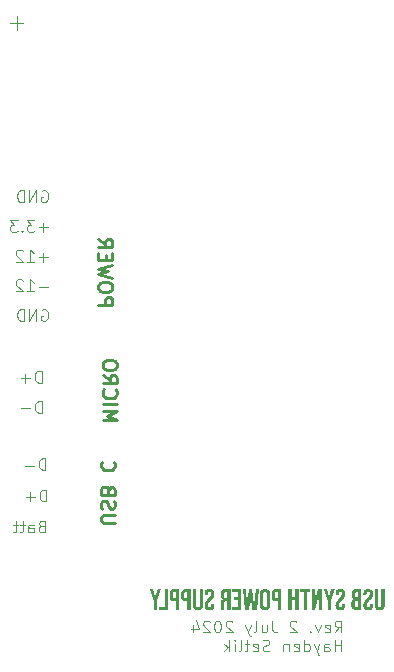
<source format=gbr>
%TF.GenerationSoftware,KiCad,Pcbnew,8.0.3*%
%TF.CreationDate,2024-07-14T14:59:13-06:00*%
%TF.ProjectId,PowerSupplyBoard,506f7765-7253-4757-9070-6c79426f6172,rev?*%
%TF.SameCoordinates,Original*%
%TF.FileFunction,Legend,Bot*%
%TF.FilePolarity,Positive*%
%FSLAX46Y46*%
G04 Gerber Fmt 4.6, Leading zero omitted, Abs format (unit mm)*
G04 Created by KiCad (PCBNEW 8.0.3) date 2024-07-14 14:59:13*
%MOMM*%
%LPD*%
G01*
G04 APERTURE LIST*
%ADD10C,0.100000*%
%ADD11C,0.240000*%
G04 APERTURE END LIST*
D10*
X3472782Y-59618609D02*
X3329925Y-59666228D01*
X3329925Y-59666228D02*
X3282306Y-59713847D01*
X3282306Y-59713847D02*
X3234687Y-59809085D01*
X3234687Y-59809085D02*
X3234687Y-59951942D01*
X3234687Y-59951942D02*
X3282306Y-60047180D01*
X3282306Y-60047180D02*
X3329925Y-60094800D01*
X3329925Y-60094800D02*
X3425163Y-60142419D01*
X3425163Y-60142419D02*
X3806115Y-60142419D01*
X3806115Y-60142419D02*
X3806115Y-59142419D01*
X3806115Y-59142419D02*
X3472782Y-59142419D01*
X3472782Y-59142419D02*
X3377544Y-59190038D01*
X3377544Y-59190038D02*
X3329925Y-59237657D01*
X3329925Y-59237657D02*
X3282306Y-59332895D01*
X3282306Y-59332895D02*
X3282306Y-59428133D01*
X3282306Y-59428133D02*
X3329925Y-59523371D01*
X3329925Y-59523371D02*
X3377544Y-59570990D01*
X3377544Y-59570990D02*
X3472782Y-59618609D01*
X3472782Y-59618609D02*
X3806115Y-59618609D01*
X2377544Y-60142419D02*
X2377544Y-59618609D01*
X2377544Y-59618609D02*
X2425163Y-59523371D01*
X2425163Y-59523371D02*
X2520401Y-59475752D01*
X2520401Y-59475752D02*
X2710877Y-59475752D01*
X2710877Y-59475752D02*
X2806115Y-59523371D01*
X2377544Y-60094800D02*
X2472782Y-60142419D01*
X2472782Y-60142419D02*
X2710877Y-60142419D01*
X2710877Y-60142419D02*
X2806115Y-60094800D01*
X2806115Y-60094800D02*
X2853734Y-59999561D01*
X2853734Y-59999561D02*
X2853734Y-59904323D01*
X2853734Y-59904323D02*
X2806115Y-59809085D01*
X2806115Y-59809085D02*
X2710877Y-59761466D01*
X2710877Y-59761466D02*
X2472782Y-59761466D01*
X2472782Y-59761466D02*
X2377544Y-59713847D01*
X2044210Y-59475752D02*
X1663258Y-59475752D01*
X1901353Y-59142419D02*
X1901353Y-59999561D01*
X1901353Y-59999561D02*
X1853734Y-60094800D01*
X1853734Y-60094800D02*
X1758496Y-60142419D01*
X1758496Y-60142419D02*
X1663258Y-60142419D01*
X1472781Y-59475752D02*
X1091829Y-59475752D01*
X1329924Y-59142419D02*
X1329924Y-59999561D01*
X1329924Y-59999561D02*
X1282305Y-60094800D01*
X1282305Y-60094800D02*
X1187067Y-60142419D01*
X1187067Y-60142419D02*
X1091829Y-60142419D01*
D11*
X8279337Y-40906391D02*
X9479337Y-40906391D01*
X9479337Y-40906391D02*
X9479337Y-40449248D01*
X9479337Y-40449248D02*
X9422194Y-40334963D01*
X9422194Y-40334963D02*
X9365051Y-40277820D01*
X9365051Y-40277820D02*
X9250765Y-40220677D01*
X9250765Y-40220677D02*
X9079337Y-40220677D01*
X9079337Y-40220677D02*
X8965051Y-40277820D01*
X8965051Y-40277820D02*
X8907908Y-40334963D01*
X8907908Y-40334963D02*
X8850765Y-40449248D01*
X8850765Y-40449248D02*
X8850765Y-40906391D01*
X9479337Y-39477820D02*
X9479337Y-39249248D01*
X9479337Y-39249248D02*
X9422194Y-39134963D01*
X9422194Y-39134963D02*
X9307908Y-39020677D01*
X9307908Y-39020677D02*
X9079337Y-38963534D01*
X9079337Y-38963534D02*
X8679337Y-38963534D01*
X8679337Y-38963534D02*
X8450765Y-39020677D01*
X8450765Y-39020677D02*
X8336480Y-39134963D01*
X8336480Y-39134963D02*
X8279337Y-39249248D01*
X8279337Y-39249248D02*
X8279337Y-39477820D01*
X8279337Y-39477820D02*
X8336480Y-39592106D01*
X8336480Y-39592106D02*
X8450765Y-39706391D01*
X8450765Y-39706391D02*
X8679337Y-39763534D01*
X8679337Y-39763534D02*
X9079337Y-39763534D01*
X9079337Y-39763534D02*
X9307908Y-39706391D01*
X9307908Y-39706391D02*
X9422194Y-39592106D01*
X9422194Y-39592106D02*
X9479337Y-39477820D01*
X9479337Y-38563534D02*
X8279337Y-38277820D01*
X8279337Y-38277820D02*
X9136480Y-38049248D01*
X9136480Y-38049248D02*
X8279337Y-37820677D01*
X8279337Y-37820677D02*
X9479337Y-37534963D01*
X8907908Y-37077819D02*
X8907908Y-36677819D01*
X8279337Y-36506391D02*
X8279337Y-37077819D01*
X8279337Y-37077819D02*
X9479337Y-37077819D01*
X9479337Y-37077819D02*
X9479337Y-36506391D01*
X8279337Y-35306391D02*
X8850765Y-35706391D01*
X8279337Y-35992105D02*
X9479337Y-35992105D01*
X9479337Y-35992105D02*
X9479337Y-35534962D01*
X9479337Y-35534962D02*
X9422194Y-35420677D01*
X9422194Y-35420677D02*
X9365051Y-35363534D01*
X9365051Y-35363534D02*
X9250765Y-35306391D01*
X9250765Y-35306391D02*
X9079337Y-35306391D01*
X9079337Y-35306391D02*
X8965051Y-35363534D01*
X8965051Y-35363534D02*
X8907908Y-35420677D01*
X8907908Y-35420677D02*
X8850765Y-35534962D01*
X8850765Y-35534962D02*
X8850765Y-35992105D01*
D10*
X1957068Y-17009800D02*
X814211Y-17009800D01*
X1385639Y-17581228D02*
X1385639Y-16438371D01*
X28299687Y-68612475D02*
X28633020Y-68136284D01*
X28871115Y-68612475D02*
X28871115Y-67612475D01*
X28871115Y-67612475D02*
X28490163Y-67612475D01*
X28490163Y-67612475D02*
X28394925Y-67660094D01*
X28394925Y-67660094D02*
X28347306Y-67707713D01*
X28347306Y-67707713D02*
X28299687Y-67802951D01*
X28299687Y-67802951D02*
X28299687Y-67945808D01*
X28299687Y-67945808D02*
X28347306Y-68041046D01*
X28347306Y-68041046D02*
X28394925Y-68088665D01*
X28394925Y-68088665D02*
X28490163Y-68136284D01*
X28490163Y-68136284D02*
X28871115Y-68136284D01*
X27490163Y-68564856D02*
X27585401Y-68612475D01*
X27585401Y-68612475D02*
X27775877Y-68612475D01*
X27775877Y-68612475D02*
X27871115Y-68564856D01*
X27871115Y-68564856D02*
X27918734Y-68469617D01*
X27918734Y-68469617D02*
X27918734Y-68088665D01*
X27918734Y-68088665D02*
X27871115Y-67993427D01*
X27871115Y-67993427D02*
X27775877Y-67945808D01*
X27775877Y-67945808D02*
X27585401Y-67945808D01*
X27585401Y-67945808D02*
X27490163Y-67993427D01*
X27490163Y-67993427D02*
X27442544Y-68088665D01*
X27442544Y-68088665D02*
X27442544Y-68183903D01*
X27442544Y-68183903D02*
X27918734Y-68279141D01*
X27109210Y-67945808D02*
X26871115Y-68612475D01*
X26871115Y-68612475D02*
X26633020Y-67945808D01*
X26252067Y-68517236D02*
X26204448Y-68564856D01*
X26204448Y-68564856D02*
X26252067Y-68612475D01*
X26252067Y-68612475D02*
X26299686Y-68564856D01*
X26299686Y-68564856D02*
X26252067Y-68517236D01*
X26252067Y-68517236D02*
X26252067Y-68612475D01*
X25061591Y-67707713D02*
X25013972Y-67660094D01*
X25013972Y-67660094D02*
X24918734Y-67612475D01*
X24918734Y-67612475D02*
X24680639Y-67612475D01*
X24680639Y-67612475D02*
X24585401Y-67660094D01*
X24585401Y-67660094D02*
X24537782Y-67707713D01*
X24537782Y-67707713D02*
X24490163Y-67802951D01*
X24490163Y-67802951D02*
X24490163Y-67898189D01*
X24490163Y-67898189D02*
X24537782Y-68041046D01*
X24537782Y-68041046D02*
X25109210Y-68612475D01*
X25109210Y-68612475D02*
X24490163Y-68612475D01*
X23013972Y-67612475D02*
X23013972Y-68326760D01*
X23013972Y-68326760D02*
X23061591Y-68469617D01*
X23061591Y-68469617D02*
X23156829Y-68564856D01*
X23156829Y-68564856D02*
X23299686Y-68612475D01*
X23299686Y-68612475D02*
X23394924Y-68612475D01*
X22109210Y-67945808D02*
X22109210Y-68612475D01*
X22537781Y-67945808D02*
X22537781Y-68469617D01*
X22537781Y-68469617D02*
X22490162Y-68564856D01*
X22490162Y-68564856D02*
X22394924Y-68612475D01*
X22394924Y-68612475D02*
X22252067Y-68612475D01*
X22252067Y-68612475D02*
X22156829Y-68564856D01*
X22156829Y-68564856D02*
X22109210Y-68517236D01*
X21490162Y-68612475D02*
X21585400Y-68564856D01*
X21585400Y-68564856D02*
X21633019Y-68469617D01*
X21633019Y-68469617D02*
X21633019Y-67612475D01*
X21204447Y-67945808D02*
X20966352Y-68612475D01*
X20728257Y-67945808D02*
X20966352Y-68612475D01*
X20966352Y-68612475D02*
X21061590Y-68850570D01*
X21061590Y-68850570D02*
X21109209Y-68898189D01*
X21109209Y-68898189D02*
X21204447Y-68945808D01*
X19633018Y-67707713D02*
X19585399Y-67660094D01*
X19585399Y-67660094D02*
X19490161Y-67612475D01*
X19490161Y-67612475D02*
X19252066Y-67612475D01*
X19252066Y-67612475D02*
X19156828Y-67660094D01*
X19156828Y-67660094D02*
X19109209Y-67707713D01*
X19109209Y-67707713D02*
X19061590Y-67802951D01*
X19061590Y-67802951D02*
X19061590Y-67898189D01*
X19061590Y-67898189D02*
X19109209Y-68041046D01*
X19109209Y-68041046D02*
X19680637Y-68612475D01*
X19680637Y-68612475D02*
X19061590Y-68612475D01*
X18442542Y-67612475D02*
X18347304Y-67612475D01*
X18347304Y-67612475D02*
X18252066Y-67660094D01*
X18252066Y-67660094D02*
X18204447Y-67707713D01*
X18204447Y-67707713D02*
X18156828Y-67802951D01*
X18156828Y-67802951D02*
X18109209Y-67993427D01*
X18109209Y-67993427D02*
X18109209Y-68231522D01*
X18109209Y-68231522D02*
X18156828Y-68421998D01*
X18156828Y-68421998D02*
X18204447Y-68517236D01*
X18204447Y-68517236D02*
X18252066Y-68564856D01*
X18252066Y-68564856D02*
X18347304Y-68612475D01*
X18347304Y-68612475D02*
X18442542Y-68612475D01*
X18442542Y-68612475D02*
X18537780Y-68564856D01*
X18537780Y-68564856D02*
X18585399Y-68517236D01*
X18585399Y-68517236D02*
X18633018Y-68421998D01*
X18633018Y-68421998D02*
X18680637Y-68231522D01*
X18680637Y-68231522D02*
X18680637Y-67993427D01*
X18680637Y-67993427D02*
X18633018Y-67802951D01*
X18633018Y-67802951D02*
X18585399Y-67707713D01*
X18585399Y-67707713D02*
X18537780Y-67660094D01*
X18537780Y-67660094D02*
X18442542Y-67612475D01*
X17728256Y-67707713D02*
X17680637Y-67660094D01*
X17680637Y-67660094D02*
X17585399Y-67612475D01*
X17585399Y-67612475D02*
X17347304Y-67612475D01*
X17347304Y-67612475D02*
X17252066Y-67660094D01*
X17252066Y-67660094D02*
X17204447Y-67707713D01*
X17204447Y-67707713D02*
X17156828Y-67802951D01*
X17156828Y-67802951D02*
X17156828Y-67898189D01*
X17156828Y-67898189D02*
X17204447Y-68041046D01*
X17204447Y-68041046D02*
X17775875Y-68612475D01*
X17775875Y-68612475D02*
X17156828Y-68612475D01*
X16299685Y-67945808D02*
X16299685Y-68612475D01*
X16537780Y-67564856D02*
X16775875Y-68279141D01*
X16775875Y-68279141D02*
X16156828Y-68279141D01*
X28871115Y-70222419D02*
X28871115Y-69222419D01*
X28871115Y-69698609D02*
X28299687Y-69698609D01*
X28299687Y-70222419D02*
X28299687Y-69222419D01*
X27394925Y-70222419D02*
X27394925Y-69698609D01*
X27394925Y-69698609D02*
X27442544Y-69603371D01*
X27442544Y-69603371D02*
X27537782Y-69555752D01*
X27537782Y-69555752D02*
X27728258Y-69555752D01*
X27728258Y-69555752D02*
X27823496Y-69603371D01*
X27394925Y-70174800D02*
X27490163Y-70222419D01*
X27490163Y-70222419D02*
X27728258Y-70222419D01*
X27728258Y-70222419D02*
X27823496Y-70174800D01*
X27823496Y-70174800D02*
X27871115Y-70079561D01*
X27871115Y-70079561D02*
X27871115Y-69984323D01*
X27871115Y-69984323D02*
X27823496Y-69889085D01*
X27823496Y-69889085D02*
X27728258Y-69841466D01*
X27728258Y-69841466D02*
X27490163Y-69841466D01*
X27490163Y-69841466D02*
X27394925Y-69793847D01*
X27013972Y-69555752D02*
X26775877Y-70222419D01*
X26537782Y-69555752D02*
X26775877Y-70222419D01*
X26775877Y-70222419D02*
X26871115Y-70460514D01*
X26871115Y-70460514D02*
X26918734Y-70508133D01*
X26918734Y-70508133D02*
X27013972Y-70555752D01*
X25728258Y-70222419D02*
X25728258Y-69222419D01*
X25728258Y-70174800D02*
X25823496Y-70222419D01*
X25823496Y-70222419D02*
X26013972Y-70222419D01*
X26013972Y-70222419D02*
X26109210Y-70174800D01*
X26109210Y-70174800D02*
X26156829Y-70127180D01*
X26156829Y-70127180D02*
X26204448Y-70031942D01*
X26204448Y-70031942D02*
X26204448Y-69746228D01*
X26204448Y-69746228D02*
X26156829Y-69650990D01*
X26156829Y-69650990D02*
X26109210Y-69603371D01*
X26109210Y-69603371D02*
X26013972Y-69555752D01*
X26013972Y-69555752D02*
X25823496Y-69555752D01*
X25823496Y-69555752D02*
X25728258Y-69603371D01*
X24871115Y-70174800D02*
X24966353Y-70222419D01*
X24966353Y-70222419D02*
X25156829Y-70222419D01*
X25156829Y-70222419D02*
X25252067Y-70174800D01*
X25252067Y-70174800D02*
X25299686Y-70079561D01*
X25299686Y-70079561D02*
X25299686Y-69698609D01*
X25299686Y-69698609D02*
X25252067Y-69603371D01*
X25252067Y-69603371D02*
X25156829Y-69555752D01*
X25156829Y-69555752D02*
X24966353Y-69555752D01*
X24966353Y-69555752D02*
X24871115Y-69603371D01*
X24871115Y-69603371D02*
X24823496Y-69698609D01*
X24823496Y-69698609D02*
X24823496Y-69793847D01*
X24823496Y-69793847D02*
X25299686Y-69889085D01*
X24394924Y-69555752D02*
X24394924Y-70222419D01*
X24394924Y-69650990D02*
X24347305Y-69603371D01*
X24347305Y-69603371D02*
X24252067Y-69555752D01*
X24252067Y-69555752D02*
X24109210Y-69555752D01*
X24109210Y-69555752D02*
X24013972Y-69603371D01*
X24013972Y-69603371D02*
X23966353Y-69698609D01*
X23966353Y-69698609D02*
X23966353Y-70222419D01*
X22775876Y-70174800D02*
X22633019Y-70222419D01*
X22633019Y-70222419D02*
X22394924Y-70222419D01*
X22394924Y-70222419D02*
X22299686Y-70174800D01*
X22299686Y-70174800D02*
X22252067Y-70127180D01*
X22252067Y-70127180D02*
X22204448Y-70031942D01*
X22204448Y-70031942D02*
X22204448Y-69936704D01*
X22204448Y-69936704D02*
X22252067Y-69841466D01*
X22252067Y-69841466D02*
X22299686Y-69793847D01*
X22299686Y-69793847D02*
X22394924Y-69746228D01*
X22394924Y-69746228D02*
X22585400Y-69698609D01*
X22585400Y-69698609D02*
X22680638Y-69650990D01*
X22680638Y-69650990D02*
X22728257Y-69603371D01*
X22728257Y-69603371D02*
X22775876Y-69508133D01*
X22775876Y-69508133D02*
X22775876Y-69412895D01*
X22775876Y-69412895D02*
X22728257Y-69317657D01*
X22728257Y-69317657D02*
X22680638Y-69270038D01*
X22680638Y-69270038D02*
X22585400Y-69222419D01*
X22585400Y-69222419D02*
X22347305Y-69222419D01*
X22347305Y-69222419D02*
X22204448Y-69270038D01*
X21394924Y-70174800D02*
X21490162Y-70222419D01*
X21490162Y-70222419D02*
X21680638Y-70222419D01*
X21680638Y-70222419D02*
X21775876Y-70174800D01*
X21775876Y-70174800D02*
X21823495Y-70079561D01*
X21823495Y-70079561D02*
X21823495Y-69698609D01*
X21823495Y-69698609D02*
X21775876Y-69603371D01*
X21775876Y-69603371D02*
X21680638Y-69555752D01*
X21680638Y-69555752D02*
X21490162Y-69555752D01*
X21490162Y-69555752D02*
X21394924Y-69603371D01*
X21394924Y-69603371D02*
X21347305Y-69698609D01*
X21347305Y-69698609D02*
X21347305Y-69793847D01*
X21347305Y-69793847D02*
X21823495Y-69889085D01*
X21061590Y-69555752D02*
X20680638Y-69555752D01*
X20918733Y-69222419D02*
X20918733Y-70079561D01*
X20918733Y-70079561D02*
X20871114Y-70174800D01*
X20871114Y-70174800D02*
X20775876Y-70222419D01*
X20775876Y-70222419D02*
X20680638Y-70222419D01*
X20204447Y-70222419D02*
X20299685Y-70174800D01*
X20299685Y-70174800D02*
X20347304Y-70079561D01*
X20347304Y-70079561D02*
X20347304Y-69222419D01*
X19823494Y-70222419D02*
X19823494Y-69555752D01*
X19823494Y-69222419D02*
X19871113Y-69270038D01*
X19871113Y-69270038D02*
X19823494Y-69317657D01*
X19823494Y-69317657D02*
X19775875Y-69270038D01*
X19775875Y-69270038D02*
X19823494Y-69222419D01*
X19823494Y-69222419D02*
X19823494Y-69317657D01*
X19347304Y-70222419D02*
X19347304Y-69222419D01*
X19252066Y-69841466D02*
X18966352Y-70222419D01*
X18966352Y-69555752D02*
X19347304Y-69936704D01*
G36*
X32118538Y-66722136D02*
G01*
X32022648Y-66714668D01*
X31920238Y-66684793D01*
X31837436Y-66632906D01*
X31774473Y-66559872D01*
X31731581Y-66466556D01*
X31711874Y-66377882D01*
X31705279Y-66277224D01*
X31705279Y-64921383D01*
X31972578Y-64921383D01*
X31972578Y-66297886D01*
X31984716Y-66386304D01*
X32041813Y-66455756D01*
X32113702Y-66470224D01*
X32202429Y-66445228D01*
X32249336Y-66360808D01*
X32254825Y-66297886D01*
X32254825Y-64921383D01*
X32531796Y-64921383D01*
X32531796Y-66277224D01*
X32525201Y-66377882D01*
X32505494Y-66466556D01*
X32462602Y-66559872D01*
X32399639Y-66632906D01*
X32316837Y-66684793D01*
X32214427Y-66714668D01*
X32118538Y-66722136D01*
G37*
G36*
X31148698Y-66722136D02*
G01*
X31052582Y-66714656D01*
X30949381Y-66684666D01*
X30865451Y-66632428D01*
X30801263Y-66558676D01*
X30757290Y-66464145D01*
X30736986Y-66374053D01*
X30730163Y-66271508D01*
X30735837Y-66172893D01*
X30754174Y-66082590D01*
X30787145Y-65997318D01*
X30836724Y-65913796D01*
X30904882Y-65828746D01*
X30974111Y-65757399D01*
X31035272Y-65700859D01*
X31111555Y-65630112D01*
X31181263Y-65554749D01*
X31235804Y-65474853D01*
X31267922Y-65386249D01*
X31274434Y-65316177D01*
X31260113Y-65222457D01*
X31194867Y-65155063D01*
X31135949Y-65145598D01*
X31047985Y-65171605D01*
X31004533Y-65248822D01*
X30997463Y-65321452D01*
X30997463Y-65410259D01*
X30735439Y-65410259D01*
X30735439Y-65336840D01*
X30741690Y-65236743D01*
X30760471Y-65148455D01*
X30801630Y-65055423D01*
X30862511Y-64982507D01*
X30943195Y-64930634D01*
X31043762Y-64900730D01*
X31138586Y-64893246D01*
X31233719Y-64900725D01*
X31335736Y-64930576D01*
X31418592Y-64982286D01*
X31481875Y-65054871D01*
X31525172Y-65147342D01*
X31545142Y-65234976D01*
X31551845Y-65334202D01*
X31546000Y-65425819D01*
X31521771Y-65528364D01*
X31485075Y-65610844D01*
X31431410Y-65693516D01*
X31375022Y-65761618D01*
X31305653Y-65832975D01*
X31244539Y-65889464D01*
X31168399Y-65960307D01*
X31099148Y-66036408D01*
X31045310Y-66118860D01*
X31013883Y-66213905D01*
X31007575Y-66292171D01*
X31020211Y-66384182D01*
X31078693Y-66455581D01*
X31150896Y-66470224D01*
X31240765Y-66445169D01*
X31286940Y-66369314D01*
X31294658Y-66297007D01*
X31294658Y-66177866D01*
X31556681Y-66177866D01*
X31556681Y-66278982D01*
X31550313Y-66379060D01*
X31531203Y-66467298D01*
X31489391Y-66560240D01*
X31427654Y-66633054D01*
X31345980Y-66684833D01*
X31244361Y-66714671D01*
X31148698Y-66722136D01*
G37*
G36*
X30571454Y-66694000D02*
G01*
X30135774Y-66694000D01*
X30038030Y-66687199D01*
X29933649Y-66659832D01*
X29849263Y-66611954D01*
X29785102Y-66544047D01*
X29741399Y-66456595D01*
X29718384Y-66350081D01*
X29714602Y-66277224D01*
X29714602Y-66127307D01*
X29715228Y-66117635D01*
X29992013Y-66117635D01*
X29992013Y-66269750D01*
X30003834Y-66359701D01*
X30061131Y-66428327D01*
X30135774Y-66442087D01*
X30294483Y-66442087D01*
X30294483Y-65905290D01*
X30170945Y-65905290D01*
X30081447Y-65918488D01*
X30015359Y-65978964D01*
X29993421Y-66074812D01*
X29992013Y-66117635D01*
X29715228Y-66117635D01*
X29720940Y-66029317D01*
X29745545Y-65930781D01*
X29790658Y-65850795D01*
X29858349Y-65790990D01*
X29921671Y-65761529D01*
X29921671Y-65756693D01*
X29841595Y-65706554D01*
X29785878Y-65631561D01*
X29756167Y-65545070D01*
X29744210Y-65455098D01*
X29742739Y-65404544D01*
X29742739Y-65360140D01*
X30019710Y-65360140D01*
X30019710Y-65461257D01*
X30031147Y-65552413D01*
X30081507Y-65626387D01*
X30167001Y-65652380D01*
X30185893Y-65652939D01*
X30294483Y-65652939D01*
X30294483Y-65173734D01*
X30160833Y-65173734D01*
X30073097Y-65198634D01*
X30027974Y-65276486D01*
X30019710Y-65360140D01*
X29742739Y-65360140D01*
X29742739Y-65331564D01*
X29748589Y-65234544D01*
X29772870Y-65131942D01*
X29816885Y-65049889D01*
X29881580Y-64988174D01*
X29967901Y-64946586D01*
X30076795Y-64924914D01*
X30153360Y-64921383D01*
X30571454Y-64921383D01*
X30571454Y-66694000D01*
G37*
G36*
X28790484Y-66722136D02*
G01*
X28694368Y-66714656D01*
X28591168Y-66684666D01*
X28507237Y-66632428D01*
X28443049Y-66558676D01*
X28399077Y-66464145D01*
X28378772Y-66374053D01*
X28371950Y-66271508D01*
X28377624Y-66172893D01*
X28395960Y-66082590D01*
X28428932Y-65997318D01*
X28478510Y-65913796D01*
X28546668Y-65828746D01*
X28615897Y-65757399D01*
X28677058Y-65700859D01*
X28753342Y-65630112D01*
X28823050Y-65554749D01*
X28877591Y-65474853D01*
X28909709Y-65386249D01*
X28916221Y-65316177D01*
X28901900Y-65222457D01*
X28836653Y-65155063D01*
X28777735Y-65145598D01*
X28689771Y-65171605D01*
X28646320Y-65248822D01*
X28639249Y-65321452D01*
X28639249Y-65410259D01*
X28377226Y-65410259D01*
X28377226Y-65336840D01*
X28383477Y-65236743D01*
X28402257Y-65148455D01*
X28443416Y-65055423D01*
X28504297Y-64982507D01*
X28584981Y-64930634D01*
X28685549Y-64900730D01*
X28780373Y-64893246D01*
X28875505Y-64900725D01*
X28977523Y-64930576D01*
X29060379Y-64982286D01*
X29123662Y-65054871D01*
X29166958Y-65147342D01*
X29186928Y-65234976D01*
X29193632Y-65334202D01*
X29187786Y-65425819D01*
X29163558Y-65528364D01*
X29126862Y-65610844D01*
X29073196Y-65693516D01*
X29016809Y-65761618D01*
X28947439Y-65832975D01*
X28886325Y-65889464D01*
X28810186Y-65960307D01*
X28740934Y-66036408D01*
X28687097Y-66118860D01*
X28655670Y-66213905D01*
X28649361Y-66292171D01*
X28661998Y-66384182D01*
X28720480Y-66455581D01*
X28792683Y-66470224D01*
X28882551Y-66445169D01*
X28928727Y-66369314D01*
X28936444Y-66297007D01*
X28936444Y-66177866D01*
X29198468Y-66177866D01*
X29198468Y-66278982D01*
X29192099Y-66379060D01*
X29172989Y-66467298D01*
X29131178Y-66560240D01*
X29069440Y-66633054D01*
X28987767Y-66684833D01*
X28886148Y-66714671D01*
X28790484Y-66722136D01*
G37*
G36*
X27974518Y-66694000D02*
G01*
X27697547Y-66694000D01*
X27697547Y-65939582D01*
X27362543Y-64921383D01*
X27632041Y-64921383D01*
X27821085Y-65572485D01*
X27825921Y-65572485D01*
X28014965Y-64921383D01*
X28309961Y-64921383D01*
X27974518Y-65939582D01*
X27974518Y-66694000D01*
G37*
G36*
X27237247Y-66694000D02*
G01*
X26990610Y-66694000D01*
X26990610Y-65400147D01*
X26985334Y-65400147D01*
X26652969Y-66694000D01*
X26368084Y-66694000D01*
X26368084Y-64921383D01*
X26615160Y-64921383D01*
X26615160Y-65982667D01*
X26619996Y-65982667D01*
X26889494Y-64921383D01*
X27237247Y-64921383D01*
X27237247Y-66694000D01*
G37*
G36*
X25944274Y-66694000D02*
G01*
X25667302Y-66694000D01*
X25667302Y-65173734D01*
X25377581Y-65173734D01*
X25377581Y-64921383D01*
X26234434Y-64921383D01*
X26234434Y-65173734D01*
X25944274Y-65173734D01*
X25944274Y-66694000D01*
G37*
G36*
X25244811Y-66694000D02*
G01*
X24967840Y-66694000D01*
X24967840Y-65905290D01*
X24670205Y-65905290D01*
X24670205Y-66694000D01*
X24393234Y-66694000D01*
X24393234Y-64921383D01*
X24670205Y-64921383D01*
X24670205Y-65652939D01*
X24967840Y-65652939D01*
X24967840Y-64921383D01*
X25244811Y-64921383D01*
X25244811Y-66694000D01*
G37*
G36*
X23785216Y-66694000D02*
G01*
X23508244Y-66694000D01*
X23508244Y-65989701D01*
X23377233Y-65989701D01*
X23279828Y-65982523D01*
X23176633Y-65953587D01*
X23093940Y-65902853D01*
X23031617Y-65830735D01*
X22989534Y-65737644D01*
X22970353Y-65648349D01*
X22963974Y-65546107D01*
X22963974Y-65364976D01*
X22965126Y-65346512D01*
X23240945Y-65346512D01*
X23240945Y-65564572D01*
X23252151Y-65654991D01*
X23312437Y-65726382D01*
X23377233Y-65737349D01*
X23508244Y-65737349D01*
X23508244Y-65173734D01*
X23377233Y-65173734D01*
X23290062Y-65197597D01*
X23245950Y-65281917D01*
X23240945Y-65346512D01*
X22965126Y-65346512D01*
X22970353Y-65262734D01*
X22989534Y-65173439D01*
X23031617Y-65080348D01*
X23093940Y-65008230D01*
X23176633Y-64957496D01*
X23279828Y-64928560D01*
X23377233Y-64921383D01*
X23785216Y-64921383D01*
X23785216Y-66694000D01*
G37*
G36*
X22508440Y-64900734D02*
G01*
X22611970Y-64930683D01*
X22696370Y-64982691D01*
X22761069Y-65055883D01*
X22805491Y-65149383D01*
X22826045Y-65238216D01*
X22832962Y-65339038D01*
X22832962Y-66276784D01*
X22826045Y-66377587D01*
X22805491Y-66466371D01*
X22761069Y-66559780D01*
X22696370Y-66632870D01*
X22611970Y-66684784D01*
X22508440Y-66714667D01*
X22412229Y-66722136D01*
X22316018Y-66714667D01*
X22212489Y-66684784D01*
X22128088Y-66632870D01*
X22063389Y-66559780D01*
X22018967Y-66466371D01*
X21998413Y-66377587D01*
X21991496Y-66276784D01*
X21991496Y-65339038D01*
X21992703Y-65321452D01*
X22268468Y-65321452D01*
X22268468Y-66294369D01*
X22281114Y-66383849D01*
X22339729Y-66455117D01*
X22412229Y-66470224D01*
X22502098Y-66444217D01*
X22548273Y-66367000D01*
X22555990Y-66294369D01*
X22555990Y-65321452D01*
X22543344Y-65231973D01*
X22484729Y-65160705D01*
X22412229Y-65145598D01*
X22322360Y-65171605D01*
X22276185Y-65248822D01*
X22268468Y-65321452D01*
X21992703Y-65321452D01*
X21998413Y-65238216D01*
X22018967Y-65149383D01*
X22063389Y-65055883D01*
X22128088Y-64982691D01*
X22212489Y-64930683D01*
X22316018Y-64900734D01*
X22412229Y-64893246D01*
X22508440Y-64900734D01*
G37*
G36*
X21692103Y-66694000D02*
G01*
X21324127Y-66694000D01*
X21197951Y-65499066D01*
X21192676Y-65499066D01*
X21066939Y-66694000D01*
X20721824Y-66694000D01*
X20542892Y-64921383D01*
X20782055Y-64921383D01*
X20905593Y-66286016D01*
X20910429Y-66286016D01*
X21041880Y-64921383D01*
X21343911Y-64921383D01*
X21475362Y-66286016D01*
X21480198Y-66286016D01*
X21603736Y-64921383D01*
X21871036Y-64921383D01*
X21692103Y-66694000D01*
G37*
G36*
X20401769Y-66694000D02*
G01*
X19646032Y-66694000D01*
X19646032Y-66442087D01*
X20124797Y-66442087D01*
X20124797Y-65905290D01*
X19744071Y-65905290D01*
X19744071Y-65652939D01*
X20124797Y-65652939D01*
X20124797Y-65173734D01*
X19646032Y-65173734D01*
X19646032Y-64921383D01*
X20401769Y-64921383D01*
X20401769Y-66694000D01*
G37*
G36*
X19487323Y-66694000D02*
G01*
X19210352Y-66694000D01*
X19210352Y-65933427D01*
X19114511Y-65933427D01*
X19026030Y-65947352D01*
X18962531Y-66010042D01*
X18942132Y-66108015D01*
X18940854Y-66151487D01*
X18940854Y-66475939D01*
X18939034Y-66564664D01*
X18928088Y-66652492D01*
X18915355Y-66694000D01*
X18633108Y-66694000D01*
X18656949Y-66606825D01*
X18663165Y-66517392D01*
X18663443Y-66478577D01*
X18663443Y-66166435D01*
X18666943Y-66077769D01*
X18681442Y-65985283D01*
X18714955Y-65897576D01*
X18778828Y-65825524D01*
X18847212Y-65792304D01*
X18847212Y-65787028D01*
X18766978Y-65736992D01*
X18710484Y-65662061D01*
X18680009Y-65576076D01*
X18667617Y-65487204D01*
X18666081Y-65437517D01*
X18666081Y-65356184D01*
X18943053Y-65356184D01*
X18943053Y-65493351D01*
X18954559Y-65582775D01*
X19005131Y-65655177D01*
X19090778Y-65680532D01*
X19109675Y-65681076D01*
X19210352Y-65681076D01*
X19210352Y-65173734D01*
X19084176Y-65173734D01*
X18996440Y-65198078D01*
X18951316Y-65274260D01*
X18943053Y-65356184D01*
X18666081Y-65356184D01*
X18666081Y-65328487D01*
X18671950Y-65232483D01*
X18696287Y-65130799D01*
X18740369Y-65049341D01*
X18805111Y-64987968D01*
X18891430Y-64946538D01*
X19000239Y-64924912D01*
X19076702Y-64921383D01*
X19487323Y-64921383D01*
X19487323Y-66694000D01*
G37*
G36*
X17709870Y-66722136D02*
G01*
X17613754Y-66714656D01*
X17510554Y-66684666D01*
X17426623Y-66632428D01*
X17362435Y-66558676D01*
X17318463Y-66464145D01*
X17298158Y-66374053D01*
X17291336Y-66271508D01*
X17297010Y-66172893D01*
X17315346Y-66082590D01*
X17348318Y-65997318D01*
X17397896Y-65913796D01*
X17466054Y-65828746D01*
X17535283Y-65757399D01*
X17596444Y-65700859D01*
X17672728Y-65630112D01*
X17742436Y-65554749D01*
X17796977Y-65474853D01*
X17829095Y-65386249D01*
X17835607Y-65316177D01*
X17821286Y-65222457D01*
X17756039Y-65155063D01*
X17697121Y-65145598D01*
X17609157Y-65171605D01*
X17565706Y-65248822D01*
X17558635Y-65321452D01*
X17558635Y-65410259D01*
X17296612Y-65410259D01*
X17296612Y-65336840D01*
X17302863Y-65236743D01*
X17321643Y-65148455D01*
X17362802Y-65055423D01*
X17423683Y-64982507D01*
X17504367Y-64930634D01*
X17604935Y-64900730D01*
X17699759Y-64893246D01*
X17794891Y-64900725D01*
X17896909Y-64930576D01*
X17979765Y-64982286D01*
X18043047Y-65054871D01*
X18086344Y-65147342D01*
X18106314Y-65234976D01*
X18113018Y-65334202D01*
X18107172Y-65425819D01*
X18082944Y-65528364D01*
X18046248Y-65610844D01*
X17992582Y-65693516D01*
X17936194Y-65761618D01*
X17866825Y-65832975D01*
X17805711Y-65889464D01*
X17729572Y-65960307D01*
X17660320Y-66036408D01*
X17606483Y-66118860D01*
X17575056Y-66213905D01*
X17568747Y-66292171D01*
X17581384Y-66384182D01*
X17639865Y-66455581D01*
X17712069Y-66470224D01*
X17801937Y-66445169D01*
X17848113Y-66369314D01*
X17855830Y-66297007D01*
X17855830Y-66177866D01*
X18117854Y-66177866D01*
X18117854Y-66278982D01*
X18111485Y-66379060D01*
X18092375Y-66467298D01*
X18050564Y-66560240D01*
X17988826Y-66633054D01*
X17907153Y-66684833D01*
X17805534Y-66714671D01*
X17709870Y-66722136D01*
G37*
G36*
X16729480Y-66722136D02*
G01*
X16633590Y-66714668D01*
X16531180Y-66684793D01*
X16448378Y-66632906D01*
X16385415Y-66559872D01*
X16342523Y-66466556D01*
X16322816Y-66377882D01*
X16316221Y-66277224D01*
X16316221Y-64921383D01*
X16583520Y-64921383D01*
X16583520Y-66297886D01*
X16595658Y-66386304D01*
X16652756Y-66455756D01*
X16724644Y-66470224D01*
X16813371Y-66445228D01*
X16860278Y-66360808D01*
X16865767Y-66297886D01*
X16865767Y-64921383D01*
X17142739Y-64921383D01*
X17142739Y-66277224D01*
X17136143Y-66377882D01*
X17116436Y-66466556D01*
X17073544Y-66559872D01*
X17010581Y-66632906D01*
X16927779Y-66684793D01*
X16825369Y-66714668D01*
X16729480Y-66722136D01*
G37*
G36*
X16119703Y-66694000D02*
G01*
X15842732Y-66694000D01*
X15842732Y-65989701D01*
X15711720Y-65989701D01*
X15614315Y-65982523D01*
X15511121Y-65953587D01*
X15428427Y-65902853D01*
X15366105Y-65830735D01*
X15324022Y-65737644D01*
X15304840Y-65648349D01*
X15298461Y-65546107D01*
X15298461Y-65364976D01*
X15299613Y-65346512D01*
X15575432Y-65346512D01*
X15575432Y-65564572D01*
X15586638Y-65654991D01*
X15646924Y-65726382D01*
X15711720Y-65737349D01*
X15842732Y-65737349D01*
X15842732Y-65173734D01*
X15711720Y-65173734D01*
X15624549Y-65197597D01*
X15580437Y-65281917D01*
X15575432Y-65346512D01*
X15299613Y-65346512D01*
X15304840Y-65262734D01*
X15324022Y-65173439D01*
X15366105Y-65080348D01*
X15428427Y-65008230D01*
X15511121Y-64957496D01*
X15614315Y-64928560D01*
X15711720Y-64921383D01*
X16119703Y-64921383D01*
X16119703Y-66694000D01*
G37*
G36*
X15147226Y-66694000D02*
G01*
X14870254Y-66694000D01*
X14870254Y-65989701D01*
X14739242Y-65989701D01*
X14641838Y-65982523D01*
X14538643Y-65953587D01*
X14455950Y-65902853D01*
X14393627Y-65830735D01*
X14351544Y-65737644D01*
X14332362Y-65648349D01*
X14325983Y-65546107D01*
X14325983Y-65364976D01*
X14327135Y-65346512D01*
X14602955Y-65346512D01*
X14602955Y-65564572D01*
X14614160Y-65654991D01*
X14674447Y-65726382D01*
X14739242Y-65737349D01*
X14870254Y-65737349D01*
X14870254Y-65173734D01*
X14739242Y-65173734D01*
X14652072Y-65197597D01*
X14607960Y-65281917D01*
X14602955Y-65346512D01*
X14327135Y-65346512D01*
X14332362Y-65262734D01*
X14351544Y-65173439D01*
X14393627Y-65080348D01*
X14455950Y-65008230D01*
X14538643Y-64957496D01*
X14641838Y-64928560D01*
X14739242Y-64921383D01*
X15147226Y-64921383D01*
X15147226Y-66694000D01*
G37*
G36*
X14174748Y-66694000D02*
G01*
X13441434Y-66694000D01*
X13441434Y-66442087D01*
X13897777Y-66442087D01*
X13897777Y-64921383D01*
X14174748Y-64921383D01*
X14174748Y-66694000D01*
G37*
G36*
X13274811Y-66694000D02*
G01*
X12997840Y-66694000D01*
X12997840Y-65939582D01*
X12662836Y-64921383D01*
X12932334Y-64921383D01*
X13121378Y-65572485D01*
X13126214Y-65572485D01*
X13315258Y-64921383D01*
X13610254Y-64921383D01*
X13274811Y-65939582D01*
X13274811Y-66694000D01*
G37*
D11*
X9719337Y-59346391D02*
X8747908Y-59346391D01*
X8747908Y-59346391D02*
X8633622Y-59289248D01*
X8633622Y-59289248D02*
X8576480Y-59232106D01*
X8576480Y-59232106D02*
X8519337Y-59117820D01*
X8519337Y-59117820D02*
X8519337Y-58889248D01*
X8519337Y-58889248D02*
X8576480Y-58774963D01*
X8576480Y-58774963D02*
X8633622Y-58717820D01*
X8633622Y-58717820D02*
X8747908Y-58660677D01*
X8747908Y-58660677D02*
X9719337Y-58660677D01*
X8576480Y-58146391D02*
X8519337Y-57974963D01*
X8519337Y-57974963D02*
X8519337Y-57689248D01*
X8519337Y-57689248D02*
X8576480Y-57574963D01*
X8576480Y-57574963D02*
X8633622Y-57517820D01*
X8633622Y-57517820D02*
X8747908Y-57460677D01*
X8747908Y-57460677D02*
X8862194Y-57460677D01*
X8862194Y-57460677D02*
X8976480Y-57517820D01*
X8976480Y-57517820D02*
X9033622Y-57574963D01*
X9033622Y-57574963D02*
X9090765Y-57689248D01*
X9090765Y-57689248D02*
X9147908Y-57917820D01*
X9147908Y-57917820D02*
X9205051Y-58032105D01*
X9205051Y-58032105D02*
X9262194Y-58089248D01*
X9262194Y-58089248D02*
X9376480Y-58146391D01*
X9376480Y-58146391D02*
X9490765Y-58146391D01*
X9490765Y-58146391D02*
X9605051Y-58089248D01*
X9605051Y-58089248D02*
X9662194Y-58032105D01*
X9662194Y-58032105D02*
X9719337Y-57917820D01*
X9719337Y-57917820D02*
X9719337Y-57632105D01*
X9719337Y-57632105D02*
X9662194Y-57460677D01*
X9147908Y-56546391D02*
X9090765Y-56374963D01*
X9090765Y-56374963D02*
X9033622Y-56317820D01*
X9033622Y-56317820D02*
X8919337Y-56260677D01*
X8919337Y-56260677D02*
X8747908Y-56260677D01*
X8747908Y-56260677D02*
X8633622Y-56317820D01*
X8633622Y-56317820D02*
X8576480Y-56374963D01*
X8576480Y-56374963D02*
X8519337Y-56489248D01*
X8519337Y-56489248D02*
X8519337Y-56946391D01*
X8519337Y-56946391D02*
X9719337Y-56946391D01*
X9719337Y-56946391D02*
X9719337Y-56546391D01*
X9719337Y-56546391D02*
X9662194Y-56432106D01*
X9662194Y-56432106D02*
X9605051Y-56374963D01*
X9605051Y-56374963D02*
X9490765Y-56317820D01*
X9490765Y-56317820D02*
X9376480Y-56317820D01*
X9376480Y-56317820D02*
X9262194Y-56374963D01*
X9262194Y-56374963D02*
X9205051Y-56432106D01*
X9205051Y-56432106D02*
X9147908Y-56546391D01*
X9147908Y-56546391D02*
X9147908Y-56946391D01*
X8633622Y-54146391D02*
X8576480Y-54203534D01*
X8576480Y-54203534D02*
X8519337Y-54374962D01*
X8519337Y-54374962D02*
X8519337Y-54489248D01*
X8519337Y-54489248D02*
X8576480Y-54660677D01*
X8576480Y-54660677D02*
X8690765Y-54774962D01*
X8690765Y-54774962D02*
X8805051Y-54832105D01*
X8805051Y-54832105D02*
X9033622Y-54889248D01*
X9033622Y-54889248D02*
X9205051Y-54889248D01*
X9205051Y-54889248D02*
X9433622Y-54832105D01*
X9433622Y-54832105D02*
X9547908Y-54774962D01*
X9547908Y-54774962D02*
X9662194Y-54660677D01*
X9662194Y-54660677D02*
X9719337Y-54489248D01*
X9719337Y-54489248D02*
X9719337Y-54374962D01*
X9719337Y-54374962D02*
X9662194Y-54203534D01*
X9662194Y-54203534D02*
X9605051Y-54146391D01*
X8669337Y-50666391D02*
X9869337Y-50666391D01*
X9869337Y-50666391D02*
X9012194Y-50266391D01*
X9012194Y-50266391D02*
X9869337Y-49866391D01*
X9869337Y-49866391D02*
X8669337Y-49866391D01*
X8669337Y-49294962D02*
X9869337Y-49294962D01*
X8783622Y-48037819D02*
X8726480Y-48094962D01*
X8726480Y-48094962D02*
X8669337Y-48266390D01*
X8669337Y-48266390D02*
X8669337Y-48380676D01*
X8669337Y-48380676D02*
X8726480Y-48552105D01*
X8726480Y-48552105D02*
X8840765Y-48666390D01*
X8840765Y-48666390D02*
X8955051Y-48723533D01*
X8955051Y-48723533D02*
X9183622Y-48780676D01*
X9183622Y-48780676D02*
X9355051Y-48780676D01*
X9355051Y-48780676D02*
X9583622Y-48723533D01*
X9583622Y-48723533D02*
X9697908Y-48666390D01*
X9697908Y-48666390D02*
X9812194Y-48552105D01*
X9812194Y-48552105D02*
X9869337Y-48380676D01*
X9869337Y-48380676D02*
X9869337Y-48266390D01*
X9869337Y-48266390D02*
X9812194Y-48094962D01*
X9812194Y-48094962D02*
X9755051Y-48037819D01*
X8669337Y-46837819D02*
X9240765Y-47237819D01*
X8669337Y-47523533D02*
X9869337Y-47523533D01*
X9869337Y-47523533D02*
X9869337Y-47066390D01*
X9869337Y-47066390D02*
X9812194Y-46952105D01*
X9812194Y-46952105D02*
X9755051Y-46894962D01*
X9755051Y-46894962D02*
X9640765Y-46837819D01*
X9640765Y-46837819D02*
X9469337Y-46837819D01*
X9469337Y-46837819D02*
X9355051Y-46894962D01*
X9355051Y-46894962D02*
X9297908Y-46952105D01*
X9297908Y-46952105D02*
X9240765Y-47066390D01*
X9240765Y-47066390D02*
X9240765Y-47523533D01*
X9869337Y-46094962D02*
X9869337Y-45866390D01*
X9869337Y-45866390D02*
X9812194Y-45752105D01*
X9812194Y-45752105D02*
X9697908Y-45637819D01*
X9697908Y-45637819D02*
X9469337Y-45580676D01*
X9469337Y-45580676D02*
X9069337Y-45580676D01*
X9069337Y-45580676D02*
X8840765Y-45637819D01*
X8840765Y-45637819D02*
X8726480Y-45752105D01*
X8726480Y-45752105D02*
X8669337Y-45866390D01*
X8669337Y-45866390D02*
X8669337Y-46094962D01*
X8669337Y-46094962D02*
X8726480Y-46209248D01*
X8726480Y-46209248D02*
X8840765Y-46323533D01*
X8840765Y-46323533D02*
X9069337Y-46380676D01*
X9069337Y-46380676D02*
X9469337Y-46380676D01*
X9469337Y-46380676D02*
X9697908Y-46323533D01*
X9697908Y-46323533D02*
X9812194Y-46209248D01*
X9812194Y-46209248D02*
X9869337Y-46094962D01*
D10*
X3896115Y-57522419D02*
X3896115Y-56522419D01*
X3896115Y-56522419D02*
X3658020Y-56522419D01*
X3658020Y-56522419D02*
X3515163Y-56570038D01*
X3515163Y-56570038D02*
X3419925Y-56665276D01*
X3419925Y-56665276D02*
X3372306Y-56760514D01*
X3372306Y-56760514D02*
X3324687Y-56950990D01*
X3324687Y-56950990D02*
X3324687Y-57093847D01*
X3324687Y-57093847D02*
X3372306Y-57284323D01*
X3372306Y-57284323D02*
X3419925Y-57379561D01*
X3419925Y-57379561D02*
X3515163Y-57474800D01*
X3515163Y-57474800D02*
X3658020Y-57522419D01*
X3658020Y-57522419D02*
X3896115Y-57522419D01*
X2896115Y-57141466D02*
X2134211Y-57141466D01*
X2515163Y-57522419D02*
X2515163Y-56760514D01*
X3806115Y-54862419D02*
X3806115Y-53862419D01*
X3806115Y-53862419D02*
X3568020Y-53862419D01*
X3568020Y-53862419D02*
X3425163Y-53910038D01*
X3425163Y-53910038D02*
X3329925Y-54005276D01*
X3329925Y-54005276D02*
X3282306Y-54100514D01*
X3282306Y-54100514D02*
X3234687Y-54290990D01*
X3234687Y-54290990D02*
X3234687Y-54433847D01*
X3234687Y-54433847D02*
X3282306Y-54624323D01*
X3282306Y-54624323D02*
X3329925Y-54719561D01*
X3329925Y-54719561D02*
X3425163Y-54814800D01*
X3425163Y-54814800D02*
X3568020Y-54862419D01*
X3568020Y-54862419D02*
X3806115Y-54862419D01*
X2806115Y-54481466D02*
X2044211Y-54481466D01*
X3486115Y-50012419D02*
X3486115Y-49012419D01*
X3486115Y-49012419D02*
X3248020Y-49012419D01*
X3248020Y-49012419D02*
X3105163Y-49060038D01*
X3105163Y-49060038D02*
X3009925Y-49155276D01*
X3009925Y-49155276D02*
X2962306Y-49250514D01*
X2962306Y-49250514D02*
X2914687Y-49440990D01*
X2914687Y-49440990D02*
X2914687Y-49583847D01*
X2914687Y-49583847D02*
X2962306Y-49774323D01*
X2962306Y-49774323D02*
X3009925Y-49869561D01*
X3009925Y-49869561D02*
X3105163Y-49964800D01*
X3105163Y-49964800D02*
X3248020Y-50012419D01*
X3248020Y-50012419D02*
X3486115Y-50012419D01*
X2486115Y-49631466D02*
X1724211Y-49631466D01*
X3486115Y-47452419D02*
X3486115Y-46452419D01*
X3486115Y-46452419D02*
X3248020Y-46452419D01*
X3248020Y-46452419D02*
X3105163Y-46500038D01*
X3105163Y-46500038D02*
X3009925Y-46595276D01*
X3009925Y-46595276D02*
X2962306Y-46690514D01*
X2962306Y-46690514D02*
X2914687Y-46880990D01*
X2914687Y-46880990D02*
X2914687Y-47023847D01*
X2914687Y-47023847D02*
X2962306Y-47214323D01*
X2962306Y-47214323D02*
X3009925Y-47309561D01*
X3009925Y-47309561D02*
X3105163Y-47404800D01*
X3105163Y-47404800D02*
X3248020Y-47452419D01*
X3248020Y-47452419D02*
X3486115Y-47452419D01*
X2486115Y-47071466D02*
X1724211Y-47071466D01*
X2105163Y-47452419D02*
X2105163Y-46690514D01*
X3502306Y-31230038D02*
X3597544Y-31182419D01*
X3597544Y-31182419D02*
X3740401Y-31182419D01*
X3740401Y-31182419D02*
X3883258Y-31230038D01*
X3883258Y-31230038D02*
X3978496Y-31325276D01*
X3978496Y-31325276D02*
X4026115Y-31420514D01*
X4026115Y-31420514D02*
X4073734Y-31610990D01*
X4073734Y-31610990D02*
X4073734Y-31753847D01*
X4073734Y-31753847D02*
X4026115Y-31944323D01*
X4026115Y-31944323D02*
X3978496Y-32039561D01*
X3978496Y-32039561D02*
X3883258Y-32134800D01*
X3883258Y-32134800D02*
X3740401Y-32182419D01*
X3740401Y-32182419D02*
X3645163Y-32182419D01*
X3645163Y-32182419D02*
X3502306Y-32134800D01*
X3502306Y-32134800D02*
X3454687Y-32087180D01*
X3454687Y-32087180D02*
X3454687Y-31753847D01*
X3454687Y-31753847D02*
X3645163Y-31753847D01*
X3026115Y-32182419D02*
X3026115Y-31182419D01*
X3026115Y-31182419D02*
X2454687Y-32182419D01*
X2454687Y-32182419D02*
X2454687Y-31182419D01*
X1978496Y-32182419D02*
X1978496Y-31182419D01*
X1978496Y-31182419D02*
X1740401Y-31182419D01*
X1740401Y-31182419D02*
X1597544Y-31230038D01*
X1597544Y-31230038D02*
X1502306Y-31325276D01*
X1502306Y-31325276D02*
X1454687Y-31420514D01*
X1454687Y-31420514D02*
X1407068Y-31610990D01*
X1407068Y-31610990D02*
X1407068Y-31753847D01*
X1407068Y-31753847D02*
X1454687Y-31944323D01*
X1454687Y-31944323D02*
X1502306Y-32039561D01*
X1502306Y-32039561D02*
X1597544Y-32134800D01*
X1597544Y-32134800D02*
X1740401Y-32182419D01*
X1740401Y-32182419D02*
X1978496Y-32182419D01*
X3502306Y-41290038D02*
X3597544Y-41242419D01*
X3597544Y-41242419D02*
X3740401Y-41242419D01*
X3740401Y-41242419D02*
X3883258Y-41290038D01*
X3883258Y-41290038D02*
X3978496Y-41385276D01*
X3978496Y-41385276D02*
X4026115Y-41480514D01*
X4026115Y-41480514D02*
X4073734Y-41670990D01*
X4073734Y-41670990D02*
X4073734Y-41813847D01*
X4073734Y-41813847D02*
X4026115Y-42004323D01*
X4026115Y-42004323D02*
X3978496Y-42099561D01*
X3978496Y-42099561D02*
X3883258Y-42194800D01*
X3883258Y-42194800D02*
X3740401Y-42242419D01*
X3740401Y-42242419D02*
X3645163Y-42242419D01*
X3645163Y-42242419D02*
X3502306Y-42194800D01*
X3502306Y-42194800D02*
X3454687Y-42147180D01*
X3454687Y-42147180D02*
X3454687Y-41813847D01*
X3454687Y-41813847D02*
X3645163Y-41813847D01*
X3026115Y-42242419D02*
X3026115Y-41242419D01*
X3026115Y-41242419D02*
X2454687Y-42242419D01*
X2454687Y-42242419D02*
X2454687Y-41242419D01*
X1978496Y-42242419D02*
X1978496Y-41242419D01*
X1978496Y-41242419D02*
X1740401Y-41242419D01*
X1740401Y-41242419D02*
X1597544Y-41290038D01*
X1597544Y-41290038D02*
X1502306Y-41385276D01*
X1502306Y-41385276D02*
X1454687Y-41480514D01*
X1454687Y-41480514D02*
X1407068Y-41670990D01*
X1407068Y-41670990D02*
X1407068Y-41813847D01*
X1407068Y-41813847D02*
X1454687Y-42004323D01*
X1454687Y-42004323D02*
X1502306Y-42099561D01*
X1502306Y-42099561D02*
X1597544Y-42194800D01*
X1597544Y-42194800D02*
X1740401Y-42242419D01*
X1740401Y-42242419D02*
X1978496Y-42242419D01*
X4026115Y-39346466D02*
X3264211Y-39346466D01*
X2264211Y-39727419D02*
X2835639Y-39727419D01*
X2549925Y-39727419D02*
X2549925Y-38727419D01*
X2549925Y-38727419D02*
X2645163Y-38870276D01*
X2645163Y-38870276D02*
X2740401Y-38965514D01*
X2740401Y-38965514D02*
X2835639Y-39013133D01*
X1883258Y-38822657D02*
X1835639Y-38775038D01*
X1835639Y-38775038D02*
X1740401Y-38727419D01*
X1740401Y-38727419D02*
X1502306Y-38727419D01*
X1502306Y-38727419D02*
X1407068Y-38775038D01*
X1407068Y-38775038D02*
X1359449Y-38822657D01*
X1359449Y-38822657D02*
X1311830Y-38917895D01*
X1311830Y-38917895D02*
X1311830Y-39013133D01*
X1311830Y-39013133D02*
X1359449Y-39155990D01*
X1359449Y-39155990D02*
X1930877Y-39727419D01*
X1930877Y-39727419D02*
X1311830Y-39727419D01*
X4026115Y-36831466D02*
X3264211Y-36831466D01*
X3645163Y-37212419D02*
X3645163Y-36450514D01*
X2264211Y-37212419D02*
X2835639Y-37212419D01*
X2549925Y-37212419D02*
X2549925Y-36212419D01*
X2549925Y-36212419D02*
X2645163Y-36355276D01*
X2645163Y-36355276D02*
X2740401Y-36450514D01*
X2740401Y-36450514D02*
X2835639Y-36498133D01*
X1883258Y-36307657D02*
X1835639Y-36260038D01*
X1835639Y-36260038D02*
X1740401Y-36212419D01*
X1740401Y-36212419D02*
X1502306Y-36212419D01*
X1502306Y-36212419D02*
X1407068Y-36260038D01*
X1407068Y-36260038D02*
X1359449Y-36307657D01*
X1359449Y-36307657D02*
X1311830Y-36402895D01*
X1311830Y-36402895D02*
X1311830Y-36498133D01*
X1311830Y-36498133D02*
X1359449Y-36640990D01*
X1359449Y-36640990D02*
X1930877Y-37212419D01*
X1930877Y-37212419D02*
X1311830Y-37212419D01*
X4026115Y-34316466D02*
X3264211Y-34316466D01*
X3645163Y-34697419D02*
X3645163Y-33935514D01*
X2883258Y-33697419D02*
X2264211Y-33697419D01*
X2264211Y-33697419D02*
X2597544Y-34078371D01*
X2597544Y-34078371D02*
X2454687Y-34078371D01*
X2454687Y-34078371D02*
X2359449Y-34125990D01*
X2359449Y-34125990D02*
X2311830Y-34173609D01*
X2311830Y-34173609D02*
X2264211Y-34268847D01*
X2264211Y-34268847D02*
X2264211Y-34506942D01*
X2264211Y-34506942D02*
X2311830Y-34602180D01*
X2311830Y-34602180D02*
X2359449Y-34649800D01*
X2359449Y-34649800D02*
X2454687Y-34697419D01*
X2454687Y-34697419D02*
X2740401Y-34697419D01*
X2740401Y-34697419D02*
X2835639Y-34649800D01*
X2835639Y-34649800D02*
X2883258Y-34602180D01*
X1835639Y-34602180D02*
X1788020Y-34649800D01*
X1788020Y-34649800D02*
X1835639Y-34697419D01*
X1835639Y-34697419D02*
X1883258Y-34649800D01*
X1883258Y-34649800D02*
X1835639Y-34602180D01*
X1835639Y-34602180D02*
X1835639Y-34697419D01*
X1454687Y-33697419D02*
X835640Y-33697419D01*
X835640Y-33697419D02*
X1168973Y-34078371D01*
X1168973Y-34078371D02*
X1026116Y-34078371D01*
X1026116Y-34078371D02*
X930878Y-34125990D01*
X930878Y-34125990D02*
X883259Y-34173609D01*
X883259Y-34173609D02*
X835640Y-34268847D01*
X835640Y-34268847D02*
X835640Y-34506942D01*
X835640Y-34506942D02*
X883259Y-34602180D01*
X883259Y-34602180D02*
X930878Y-34649800D01*
X930878Y-34649800D02*
X1026116Y-34697419D01*
X1026116Y-34697419D02*
X1311830Y-34697419D01*
X1311830Y-34697419D02*
X1407068Y-34649800D01*
X1407068Y-34649800D02*
X1454687Y-34602180D01*
M02*

</source>
